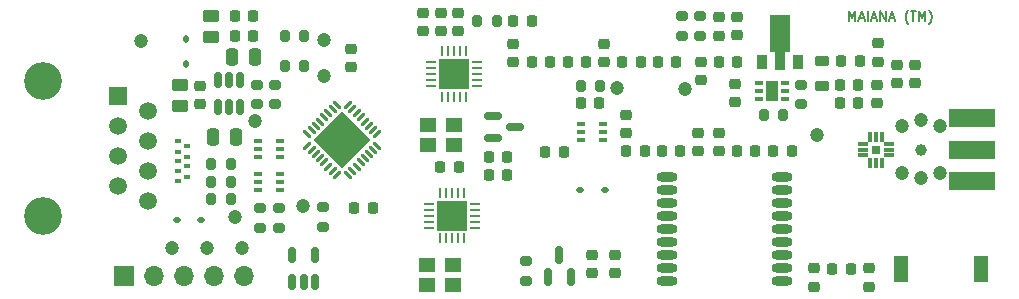
<source format=gbr>
%TF.GenerationSoftware,KiCad,Pcbnew,7.0.5-0*%
%TF.CreationDate,2024-02-03T13:41:05-08:00*%
%TF.ProjectId,transponder-11.9.1,7472616e-7370-46f6-9e64-65722d31312e,rev?*%
%TF.SameCoordinates,Original*%
%TF.FileFunction,Soldermask,Top*%
%TF.FilePolarity,Negative*%
%FSLAX46Y46*%
G04 Gerber Fmt 4.6, Leading zero omitted, Abs format (unit mm)*
G04 Created by KiCad (PCBNEW 7.0.5-0) date 2024-02-03 13:41:05*
%MOMM*%
%LPD*%
G01*
G04 APERTURE LIST*
G04 Aperture macros list*
%AMRoundRect*
0 Rectangle with rounded corners*
0 $1 Rounding radius*
0 $2 $3 $4 $5 $6 $7 $8 $9 X,Y pos of 4 corners*
0 Add a 4 corners polygon primitive as box body*
4,1,4,$2,$3,$4,$5,$6,$7,$8,$9,$2,$3,0*
0 Add four circle primitives for the rounded corners*
1,1,$1+$1,$2,$3*
1,1,$1+$1,$4,$5*
1,1,$1+$1,$6,$7*
1,1,$1+$1,$8,$9*
0 Add four rect primitives between the rounded corners*
20,1,$1+$1,$2,$3,$4,$5,0*
20,1,$1+$1,$4,$5,$6,$7,0*
20,1,$1+$1,$6,$7,$8,$9,0*
20,1,$1+$1,$8,$9,$2,$3,0*%
%AMRotRect*
0 Rectangle, with rotation*
0 The origin of the aperture is its center*
0 $1 length*
0 $2 width*
0 $3 Rotation angle, in degrees counterclockwise*
0 Add horizontal line*
21,1,$1,$2,0,0,$3*%
%AMFreePoly0*
4,1,9,3.862500,-0.866500,0.737500,-0.866500,0.737500,-0.450000,-0.737500,-0.450000,-0.737500,0.450000,0.737500,0.450000,0.737500,0.866500,3.862500,0.866500,3.862500,-0.866500,3.862500,-0.866500,$1*%
G04 Aperture macros list end*
%ADD10C,0.200000*%
%ADD11R,3.900000X1.500000*%
%ADD12RoundRect,0.225000X-0.250000X0.225000X-0.250000X-0.225000X0.250000X-0.225000X0.250000X0.225000X0*%
%ADD13C,1.200000*%
%ADD14R,0.650000X0.400000*%
%ADD15R,0.650000X0.350000*%
%ADD16R,1.100000X1.700000*%
%ADD17RoundRect,0.225000X0.250000X-0.225000X0.250000X0.225000X-0.250000X0.225000X-0.250000X-0.225000X0*%
%ADD18RoundRect,0.225000X-0.225000X-0.250000X0.225000X-0.250000X0.225000X0.250000X-0.225000X0.250000X0*%
%ADD19RoundRect,0.250000X-0.450000X0.262500X-0.450000X-0.262500X0.450000X-0.262500X0.450000X0.262500X0*%
%ADD20RoundRect,0.006600X0.393400X0.103400X-0.393400X0.103400X-0.393400X-0.103400X0.393400X-0.103400X0*%
%ADD21RoundRect,0.017600X0.092400X0.382400X-0.092400X0.382400X-0.092400X-0.382400X0.092400X-0.382400X0*%
%ADD22R,0.760000X0.760000*%
%ADD23RoundRect,0.225000X0.225000X0.250000X-0.225000X0.250000X-0.225000X-0.250000X0.225000X-0.250000X0*%
%ADD24RoundRect,0.218750X0.381250X-0.218750X0.381250X0.218750X-0.381250X0.218750X-0.381250X-0.218750X0*%
%ADD25RoundRect,0.200000X0.275000X-0.200000X0.275000X0.200000X-0.275000X0.200000X-0.275000X-0.200000X0*%
%ADD26C,1.000000*%
%ADD27R,1.400000X1.200000*%
%ADD28RoundRect,0.218750X0.256250X-0.218750X0.256250X0.218750X-0.256250X0.218750X-0.256250X-0.218750X0*%
%ADD29RoundRect,0.218750X-0.218750X-0.256250X0.218750X-0.256250X0.218750X0.256250X-0.218750X0.256250X0*%
%ADD30RoundRect,0.150000X-0.587500X-0.150000X0.587500X-0.150000X0.587500X0.150000X-0.587500X0.150000X0*%
%ADD31RoundRect,0.112500X0.112500X-0.187500X0.112500X0.187500X-0.112500X0.187500X-0.112500X-0.187500X0*%
%ADD32RoundRect,0.200000X-0.275000X0.200000X-0.275000X-0.200000X0.275000X-0.200000X0.275000X0.200000X0*%
%ADD33R,1.700000X1.700000*%
%ADD34O,1.700000X1.700000*%
%ADD35RoundRect,0.150000X0.150000X-0.587500X0.150000X0.587500X-0.150000X0.587500X-0.150000X-0.587500X0*%
%ADD36O,1.800000X0.800000*%
%ADD37R,0.508000X0.304800*%
%ADD38C,3.200000*%
%ADD39R,1.500000X1.500000*%
%ADD40C,1.500000*%
%ADD41RoundRect,0.200000X0.200000X0.275000X-0.200000X0.275000X-0.200000X-0.275000X0.200000X-0.275000X0*%
%ADD42RoundRect,0.218750X-0.256250X0.218750X-0.256250X-0.218750X0.256250X-0.218750X0.256250X0.218750X0*%
%ADD43RoundRect,0.112500X0.187500X0.112500X-0.187500X0.112500X-0.187500X-0.112500X0.187500X-0.112500X0*%
%ADD44RoundRect,0.200000X-0.200000X-0.275000X0.200000X-0.275000X0.200000X0.275000X-0.200000X0.275000X0*%
%ADD45RoundRect,0.062500X0.309359X-0.220971X-0.220971X0.309359X-0.309359X0.220971X0.220971X-0.309359X0*%
%ADD46RoundRect,0.062500X0.309359X0.220971X0.220971X0.309359X-0.309359X-0.220971X-0.220971X-0.309359X0*%
%ADD47RotRect,3.450000X3.450000X135.000000*%
%ADD48RoundRect,0.250000X-0.250000X-0.475000X0.250000X-0.475000X0.250000X0.475000X-0.250000X0.475000X0*%
%ADD49RoundRect,0.062500X0.362500X0.062500X-0.362500X0.062500X-0.362500X-0.062500X0.362500X-0.062500X0*%
%ADD50RoundRect,0.062500X0.062500X0.362500X-0.062500X0.362500X-0.062500X-0.362500X0.062500X-0.362500X0*%
%ADD51R,2.600000X2.600000*%
%ADD52RoundRect,0.150000X0.150000X-0.512500X0.150000X0.512500X-0.150000X0.512500X-0.150000X-0.512500X0*%
%ADD53R,1.168400X2.209800*%
%ADD54R,0.900000X1.300000*%
%ADD55FreePoly0,90.000000*%
%ADD56RoundRect,0.218750X0.218750X0.256250X-0.218750X0.256250X-0.218750X-0.256250X0.218750X-0.256250X0*%
G04 APERTURE END LIST*
D10*
X178722054Y-90291695D02*
X178722054Y-89491695D01*
X178722054Y-89491695D02*
X178988720Y-90063123D01*
X178988720Y-90063123D02*
X179255387Y-89491695D01*
X179255387Y-89491695D02*
X179255387Y-90291695D01*
X179598244Y-90063123D02*
X179979197Y-90063123D01*
X179522054Y-90291695D02*
X179788721Y-89491695D01*
X179788721Y-89491695D02*
X180055387Y-90291695D01*
X180322054Y-90291695D02*
X180322054Y-89491695D01*
X180664910Y-90063123D02*
X181045863Y-90063123D01*
X180588720Y-90291695D02*
X180855387Y-89491695D01*
X180855387Y-89491695D02*
X181122053Y-90291695D01*
X181388720Y-90291695D02*
X181388720Y-89491695D01*
X181388720Y-89491695D02*
X181845863Y-90291695D01*
X181845863Y-90291695D02*
X181845863Y-89491695D01*
X182188719Y-90063123D02*
X182569672Y-90063123D01*
X182112529Y-90291695D02*
X182379196Y-89491695D01*
X182379196Y-89491695D02*
X182645862Y-90291695D01*
X183750624Y-90596457D02*
X183712529Y-90558361D01*
X183712529Y-90558361D02*
X183636338Y-90444076D01*
X183636338Y-90444076D02*
X183598243Y-90367885D01*
X183598243Y-90367885D02*
X183560148Y-90253600D01*
X183560148Y-90253600D02*
X183522053Y-90063123D01*
X183522053Y-90063123D02*
X183522053Y-89910742D01*
X183522053Y-89910742D02*
X183560148Y-89720266D01*
X183560148Y-89720266D02*
X183598243Y-89605980D01*
X183598243Y-89605980D02*
X183636338Y-89529790D01*
X183636338Y-89529790D02*
X183712529Y-89415504D01*
X183712529Y-89415504D02*
X183750624Y-89377409D01*
X183941100Y-89491695D02*
X184398243Y-89491695D01*
X184169671Y-90291695D02*
X184169671Y-89491695D01*
X184664910Y-90291695D02*
X184664910Y-89491695D01*
X184664910Y-89491695D02*
X184931576Y-90063123D01*
X184931576Y-90063123D02*
X185198243Y-89491695D01*
X185198243Y-89491695D02*
X185198243Y-90291695D01*
X185503005Y-90596457D02*
X185541100Y-90558361D01*
X185541100Y-90558361D02*
X185617291Y-90444076D01*
X185617291Y-90444076D02*
X185655386Y-90367885D01*
X185655386Y-90367885D02*
X185693481Y-90253600D01*
X185693481Y-90253600D02*
X185731577Y-90063123D01*
X185731577Y-90063123D02*
X185731577Y-89910742D01*
X185731577Y-89910742D02*
X185693481Y-89720266D01*
X185693481Y-89720266D02*
X185655386Y-89605980D01*
X185655386Y-89605980D02*
X185617291Y-89529790D01*
X185617291Y-89529790D02*
X185541100Y-89415504D01*
X185541100Y-89415504D02*
X185503005Y-89377409D01*
D11*
%TO.C,J3*%
X189127500Y-101200000D03*
X189127500Y-103900000D03*
X189127500Y-98500000D03*
%TD*%
D12*
%TO.C,C35*%
X136550000Y-92675000D03*
X136550000Y-94225000D03*
%TD*%
%TO.C,C6*%
X165900000Y-99775000D03*
X165900000Y-101325000D03*
%TD*%
D13*
%TO.C,TP18*%
X164800000Y-96100000D03*
%TD*%
D14*
%TO.C,U3*%
X156000000Y-99050000D03*
X156000000Y-99700000D03*
X156000000Y-100350000D03*
X157900000Y-100350000D03*
X157900000Y-99700000D03*
X157900000Y-99050000D03*
%TD*%
D13*
%TO.C,TP6*%
X184800000Y-98700000D03*
%TD*%
D12*
%TO.C,C15*%
X184350000Y-94050000D03*
X184350000Y-95600000D03*
%TD*%
D15*
%TO.C,IC1*%
X173300000Y-96900000D03*
X173300000Y-96250000D03*
X173300000Y-95600000D03*
X171100000Y-95600000D03*
X171100000Y-96250000D03*
X171100000Y-96900000D03*
D16*
X172200000Y-96250000D03*
%TD*%
D17*
%TO.C,C19*%
X167700000Y-91550000D03*
X167700000Y-90000000D03*
%TD*%
D18*
%TO.C,C21*%
X151850000Y-93800000D03*
X153400000Y-93800000D03*
%TD*%
D17*
%TO.C,C27*%
X123800000Y-97350000D03*
X123800000Y-95800000D03*
%TD*%
D19*
%TO.C,L13*%
X124700000Y-89887500D03*
X124700000Y-91712500D03*
%TD*%
D12*
%TO.C,C16*%
X181100000Y-95750000D03*
X181100000Y-97300000D03*
%TD*%
D20*
%TO.C,U8*%
X182140000Y-101700000D03*
X182140000Y-101200000D03*
X182140000Y-100700000D03*
D21*
X181540000Y-100100000D03*
X181040000Y-100100000D03*
X180540000Y-100100000D03*
D20*
X179940000Y-100700000D03*
X179940000Y-101200000D03*
X179940000Y-101700000D03*
D21*
X180540000Y-102300000D03*
X181040000Y-102300000D03*
X181540000Y-102300000D03*
D22*
X181040000Y-101200000D03*
%TD*%
D23*
%TO.C,C20*%
X151850000Y-90300000D03*
X150300000Y-90300000D03*
%TD*%
D13*
%TO.C,TP15*%
X121400000Y-109500000D03*
%TD*%
D18*
%TO.C,C1*%
X153025000Y-101400000D03*
X154575000Y-101400000D03*
%TD*%
D24*
%TO.C,L4*%
X176400000Y-95825000D03*
X176400000Y-93700000D03*
%TD*%
D12*
%TO.C,C9*%
X144150000Y-89600000D03*
X144150000Y-91150000D03*
%TD*%
D13*
%TO.C,TP5*%
X184800000Y-103600000D03*
%TD*%
D25*
%TO.C,R5*%
X174700000Y-97350000D03*
X174700000Y-95700000D03*
%TD*%
D23*
%TO.C,C23*%
X179500000Y-97300000D03*
X177950000Y-97300000D03*
%TD*%
D26*
%TO.C,TP1*%
X184800000Y-101200000D03*
%TD*%
D12*
%TO.C,C14*%
X181200000Y-92200000D03*
X181200000Y-93750000D03*
%TD*%
D18*
%TO.C,C3*%
X156050000Y-97300000D03*
X157600000Y-97300000D03*
%TD*%
%TO.C,C18*%
X162550000Y-93800000D03*
X164100000Y-93800000D03*
%TD*%
D17*
%TO.C,C17*%
X166200000Y-95300000D03*
X166200000Y-93750000D03*
%TD*%
D25*
%TO.C,R17*%
X128900000Y-107800000D03*
X128900000Y-106150000D03*
%TD*%
%TO.C,R7*%
X128642814Y-97359515D03*
X128642814Y-95709515D03*
%TD*%
D27*
%TO.C,Y2*%
X143000000Y-112650000D03*
X145200000Y-112650000D03*
X145200000Y-110950000D03*
X143000000Y-110950000D03*
%TD*%
D14*
%TO.C,U9*%
X128650000Y-103300000D03*
X128650000Y-103950000D03*
X128650000Y-104600000D03*
X130550000Y-104600000D03*
X130550000Y-103950000D03*
X130550000Y-103300000D03*
%TD*%
D28*
%TO.C,L9*%
X150300000Y-93800000D03*
X150300000Y-92225000D03*
%TD*%
D19*
%TO.C,L12*%
X122075000Y-95700000D03*
X122075000Y-97525000D03*
%TD*%
D29*
%TO.C,L11*%
X159525000Y-93800000D03*
X161100000Y-93800000D03*
%TD*%
D30*
%TO.C,Q7*%
X148562500Y-98350000D03*
X148562500Y-100250000D03*
X150437500Y-99300000D03*
%TD*%
D29*
%TO.C,L7*%
X167700000Y-93800000D03*
X169275000Y-93800000D03*
%TD*%
D31*
%TO.C,D1*%
X122600000Y-93950000D03*
X122600000Y-91850000D03*
%TD*%
D23*
%TO.C,C7*%
X149800000Y-101800000D03*
X148250000Y-101800000D03*
%TD*%
D32*
%TO.C,R2*%
X166150000Y-89925000D03*
X166150000Y-91575000D03*
%TD*%
D29*
%TO.C,L1*%
X159875000Y-101350000D03*
X161450000Y-101350000D03*
%TD*%
D13*
%TO.C,TP2*%
X183200000Y-99200000D03*
%TD*%
D23*
%TO.C,C25*%
X128300000Y-89900000D03*
X126750000Y-89900000D03*
%TD*%
D33*
%TO.C,J2*%
X117325000Y-111900000D03*
D34*
X119865000Y-111900000D03*
X122405000Y-111900000D03*
X124945000Y-111900000D03*
X127485000Y-111900000D03*
%TD*%
D35*
%TO.C,Q2*%
X153250000Y-111975000D03*
X155150000Y-111975000D03*
X154200000Y-110100000D03*
%TD*%
D17*
%TO.C,C30*%
X157000000Y-111650000D03*
X157000000Y-110100000D03*
%TD*%
D28*
%TO.C,L8*%
X169250000Y-91537500D03*
X169250000Y-89962500D03*
%TD*%
D25*
%TO.C,R8*%
X130100000Y-97350000D03*
X130100000Y-95700000D03*
%TD*%
D36*
%TO.C,U4*%
X163350000Y-103500000D03*
X163350000Y-104600000D03*
X163350000Y-105700000D03*
X163350000Y-106800000D03*
X163350000Y-107900000D03*
X163350000Y-109000000D03*
X163350000Y-110100000D03*
X163350000Y-111200000D03*
X163350000Y-112300000D03*
X173050000Y-112300000D03*
X173050000Y-111200000D03*
X173050000Y-110100000D03*
X173050000Y-109000000D03*
X173050000Y-107900000D03*
X173050000Y-106800000D03*
X173050000Y-105700000D03*
X173050000Y-104600000D03*
X173050000Y-103500000D03*
%TD*%
D37*
%TO.C,CR1*%
X121900000Y-100500000D03*
X121900000Y-101400001D03*
X121900000Y-102199999D03*
X121900000Y-103000000D03*
X121900000Y-103899998D03*
X122699998Y-103499999D03*
X122699998Y-102599998D03*
X122699998Y-101800000D03*
X122699998Y-100899999D03*
%TD*%
D27*
%TO.C,Y1*%
X143100000Y-100850000D03*
X145300000Y-100850000D03*
X145300000Y-99150000D03*
X143100000Y-99150000D03*
%TD*%
D17*
%TO.C,C31*%
X158900000Y-111650000D03*
X158900000Y-110100000D03*
%TD*%
D13*
%TO.C,TP7*%
X186400000Y-103200000D03*
%TD*%
D38*
%TO.C,J1*%
X110500000Y-95380000D03*
X110500000Y-106810000D03*
D39*
X116850000Y-96650000D03*
D40*
X119390000Y-97920000D03*
X116850000Y-99190000D03*
X119390000Y-100460000D03*
X116850000Y-101730000D03*
X119390000Y-103000000D03*
X116850000Y-104270000D03*
X119390000Y-105540000D03*
%TD*%
D18*
%TO.C,C5*%
X169225000Y-101300000D03*
X170775000Y-101300000D03*
%TD*%
D32*
%TO.C,R11*%
X130500000Y-106150000D03*
X130500000Y-107800000D03*
%TD*%
D41*
%TO.C,R1*%
X157650000Y-95800000D03*
X156000000Y-95800000D03*
%TD*%
D42*
%TO.C,L3*%
X167700000Y-99762500D03*
X167700000Y-101337500D03*
%TD*%
D13*
%TO.C,TP12*%
X134300000Y-95000000D03*
%TD*%
D41*
%TO.C,R6*%
X173150000Y-98300000D03*
X171500000Y-98300000D03*
%TD*%
D23*
%TO.C,C4*%
X164450000Y-101350000D03*
X162900000Y-101350000D03*
%TD*%
D13*
%TO.C,TP9*%
X176000000Y-100000000D03*
%TD*%
%TO.C,TP11*%
X134300000Y-91900000D03*
%TD*%
D43*
%TO.C,D4*%
X158050000Y-104600000D03*
X155950000Y-104600000D03*
%TD*%
D12*
%TO.C,C10*%
X142650000Y-89600000D03*
X142650000Y-91150000D03*
%TD*%
D44*
%TO.C,R12*%
X130975000Y-91600000D03*
X132625000Y-91600000D03*
%TD*%
D23*
%TO.C,C34*%
X138400000Y-106125000D03*
X136850000Y-106125000D03*
%TD*%
D13*
%TO.C,TP19*%
X126700000Y-106900000D03*
%TD*%
D45*
%TO.C,U5*%
X136325126Y-103347146D03*
X136678679Y-102993592D03*
X137032233Y-102640039D03*
X137385786Y-102286485D03*
X137739339Y-101932932D03*
X138092893Y-101579379D03*
X138446446Y-101225825D03*
X138800000Y-100872272D03*
D46*
X138800000Y-99900000D03*
X138446446Y-99546447D03*
X138092893Y-99192893D03*
X137739339Y-98839340D03*
X137385786Y-98485787D03*
X137032233Y-98132233D03*
X136678679Y-97778680D03*
X136325126Y-97425126D03*
D45*
X135352854Y-97425126D03*
X134999301Y-97778680D03*
X134645747Y-98132233D03*
X134292194Y-98485787D03*
X133938641Y-98839340D03*
X133585087Y-99192893D03*
X133231534Y-99546447D03*
X132877980Y-99900000D03*
D46*
X132877980Y-100872272D03*
X133231534Y-101225825D03*
X133585087Y-101579379D03*
X133938641Y-101932932D03*
X134292194Y-102286485D03*
X134645747Y-102640039D03*
X134999301Y-102993592D03*
X135352854Y-103347146D03*
D47*
X135838990Y-100386136D03*
%TD*%
D13*
%TO.C,TP8*%
X128400000Y-98800000D03*
%TD*%
D12*
%TO.C,C22*%
X158000000Y-92250000D03*
X158000000Y-93800000D03*
%TD*%
D44*
%TO.C,R14*%
X124725000Y-102450000D03*
X126375000Y-102450000D03*
%TD*%
D13*
%TO.C,TP10*%
X118800000Y-92000000D03*
%TD*%
D44*
%TO.C,R15*%
X124725000Y-103950000D03*
X126375000Y-103950000D03*
%TD*%
D17*
%TO.C,C32*%
X175800000Y-112800000D03*
X175800000Y-111250000D03*
%TD*%
D13*
%TO.C,TP16*%
X124400000Y-109500000D03*
%TD*%
%TO.C,TP17*%
X127300000Y-109500000D03*
%TD*%
D48*
%TO.C,C29*%
X126500000Y-93400000D03*
X128400000Y-93400000D03*
%TD*%
%TO.C,C28*%
X124900000Y-100100000D03*
X126800000Y-100100000D03*
%TD*%
D29*
%TO.C,L5*%
X178075000Y-93725000D03*
X179650000Y-93725000D03*
%TD*%
D14*
%TO.C,U10*%
X130550000Y-101800000D03*
X130550000Y-101150000D03*
X130550000Y-100500000D03*
X128650000Y-100500000D03*
X128650000Y-101150000D03*
X128650000Y-101800000D03*
%TD*%
D49*
%TO.C,U1*%
X147200000Y-95800000D03*
X147200000Y-95300000D03*
X147200000Y-94800000D03*
X147200000Y-94300000D03*
X147200000Y-93800000D03*
D50*
X146275000Y-92875000D03*
X145775000Y-92875000D03*
X145275000Y-92875000D03*
X144775000Y-92875000D03*
X144275000Y-92875000D03*
D49*
X143350000Y-93800000D03*
X143350000Y-94300000D03*
X143350000Y-94800000D03*
X143350000Y-95300000D03*
X143350000Y-95800000D03*
D50*
X144275000Y-96725000D03*
X144775000Y-96725000D03*
X145275000Y-96725000D03*
X145775000Y-96725000D03*
X146275000Y-96725000D03*
D51*
X145275000Y-94800000D03*
%TD*%
D44*
%TO.C,R16*%
X124725000Y-105425000D03*
X126375000Y-105425000D03*
%TD*%
D43*
%TO.C,D3*%
X123900000Y-107200000D03*
X121800000Y-107200000D03*
%TD*%
D42*
%TO.C,L6*%
X182800000Y-94012500D03*
X182800000Y-95587500D03*
%TD*%
D12*
%TO.C,C2*%
X159850000Y-98250000D03*
X159850000Y-99800000D03*
%TD*%
D13*
%TO.C,TP4*%
X186400000Y-99200000D03*
%TD*%
D18*
%TO.C,C11*%
X144125000Y-102700000D03*
X145675000Y-102700000D03*
%TD*%
D13*
%TO.C,TP13*%
X159100000Y-96000000D03*
%TD*%
D29*
%TO.C,L2*%
X172312500Y-101300000D03*
X173887500Y-101300000D03*
%TD*%
D52*
%TO.C,U6*%
X125300000Y-97600000D03*
X126250000Y-97600000D03*
X127200000Y-97600000D03*
X127200000Y-95325000D03*
X126250000Y-95325000D03*
X125300000Y-95325000D03*
%TD*%
D44*
%TO.C,R13*%
X130975000Y-94100000D03*
X132625000Y-94100000D03*
%TD*%
D32*
%TO.C,R9*%
X151350000Y-110650000D03*
X151350000Y-112300000D03*
%TD*%
D13*
%TO.C,TP14*%
X132500000Y-106000000D03*
%TD*%
D25*
%TO.C,R3*%
X164600000Y-91575000D03*
X164600000Y-89925000D03*
%TD*%
D12*
%TO.C,C8*%
X145650000Y-89625000D03*
X145650000Y-91175000D03*
%TD*%
D53*
%TO.C,AE1*%
X183134500Y-111300000D03*
X189865500Y-111300000D03*
%TD*%
D52*
%TO.C,U7*%
X131600000Y-112375000D03*
X132550000Y-112375000D03*
X133500000Y-112375000D03*
X133500000Y-110100000D03*
X131600000Y-110100000D03*
%TD*%
D17*
%TO.C,C33*%
X180400000Y-112800000D03*
X180400000Y-111250000D03*
%TD*%
D49*
%TO.C,U2*%
X147025000Y-107800000D03*
X147025000Y-107300000D03*
X147025000Y-106800000D03*
X147025000Y-106300000D03*
X147025000Y-105800000D03*
D50*
X146100000Y-104875000D03*
X145600000Y-104875000D03*
X145100000Y-104875000D03*
X144600000Y-104875000D03*
X144100000Y-104875000D03*
D49*
X143175000Y-105800000D03*
X143175000Y-106300000D03*
X143175000Y-106800000D03*
X143175000Y-107300000D03*
X143175000Y-107800000D03*
D50*
X144100000Y-108725000D03*
X144600000Y-108725000D03*
X145100000Y-108725000D03*
X145600000Y-108725000D03*
X146100000Y-108725000D03*
D51*
X145100000Y-106800000D03*
%TD*%
D29*
%TO.C,L10*%
X154925000Y-93800000D03*
X156500000Y-93800000D03*
%TD*%
D54*
%TO.C,Q1*%
X171400000Y-93750000D03*
D55*
X172900000Y-93662500D03*
D54*
X174400000Y-93750000D03*
%TD*%
D12*
%TO.C,C24*%
X169100000Y-95625000D03*
X169100000Y-97175000D03*
%TD*%
D23*
%TO.C,C12*%
X149800000Y-103350000D03*
X148250000Y-103350000D03*
%TD*%
%TO.C,C26*%
X128300000Y-91600000D03*
X126750000Y-91600000D03*
%TD*%
D44*
%TO.C,R4*%
X147250000Y-90300000D03*
X148900000Y-90300000D03*
%TD*%
D32*
%TO.C,R10*%
X134150000Y-106075000D03*
X134150000Y-107725000D03*
%TD*%
D23*
%TO.C,C13*%
X179500000Y-95775000D03*
X177950000Y-95775000D03*
%TD*%
D56*
%TO.C,L14*%
X178887500Y-111300000D03*
X177312500Y-111300000D03*
%TD*%
D13*
%TO.C,TP3*%
X183200000Y-103200000D03*
%TD*%
M02*

</source>
